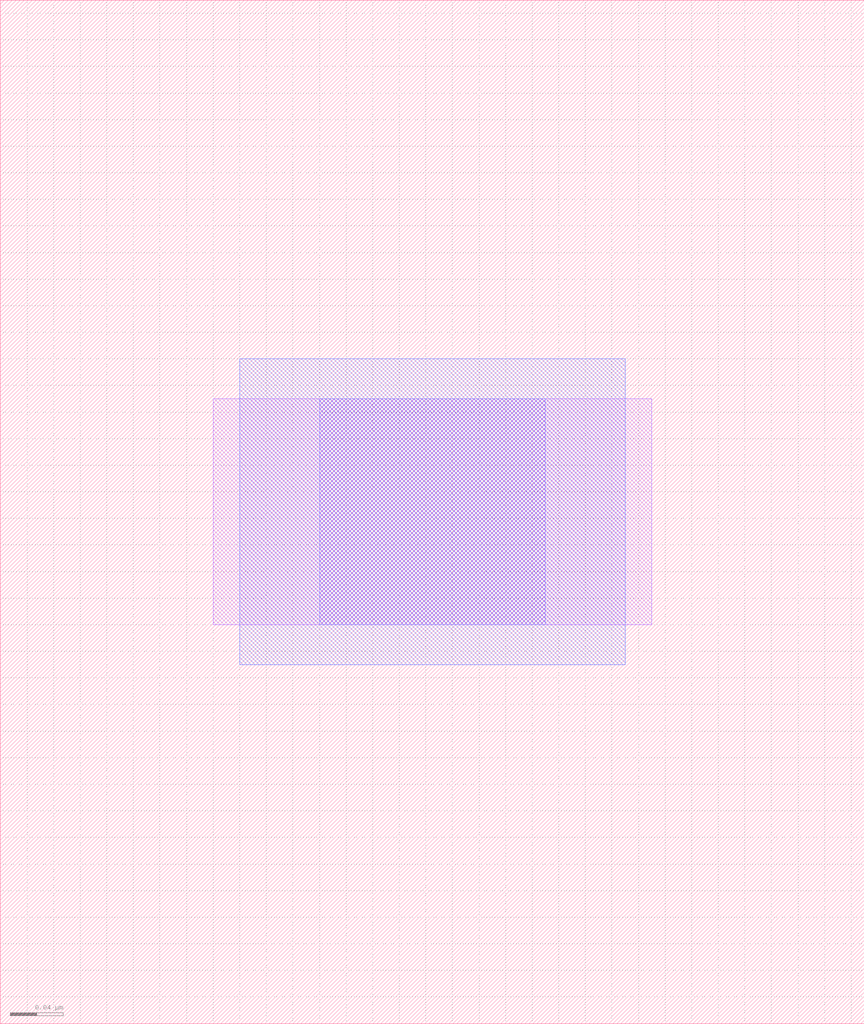
<source format=lef>
# Copyright 2020 The SkyWater PDK Authors
#
# Licensed under the Apache License, Version 2.0 (the "License");
# you may not use this file except in compliance with the License.
# You may obtain a copy of the License at
#
#     https://www.apache.org/licenses/LICENSE-2.0
#
# Unless required by applicable law or agreed to in writing, software
# distributed under the License is distributed on an "AS IS" BASIS,
# WITHOUT WARRANTIES OR CONDITIONS OF ANY KIND, either express or implied.
# See the License for the specific language governing permissions and
# limitations under the License.
#
# SPDX-License-Identifier: Apache-2.0

VERSION 5.7 ;
  NOWIREEXTENSIONATPIN ON ;
  DIVIDERCHAR "/" ;
  BUSBITCHARS "[]" ;
MACRO sky130_fd_pr__tpm1__example_168842284
  CLASS BLOCK ;
  FOREIGN sky130_fd_pr__tpm1__example_168842284 ;
  ORIGIN  0.180000  0.180000 ;
  SIZE  0.650000 BY  0.770000 ;
  OBS
    LAYER li1 ;
      RECT -0.020000 0.120000 0.310000 0.290000 ;
    LAYER mcon ;
      RECT 0.060000 0.120000 0.230000 0.290000 ;
    LAYER met1 ;
      RECT 0.000000 0.090000 0.290000 0.320000 ;
  END
END sky130_fd_pr__tpm1__example_168842284
END LIBRARY

</source>
